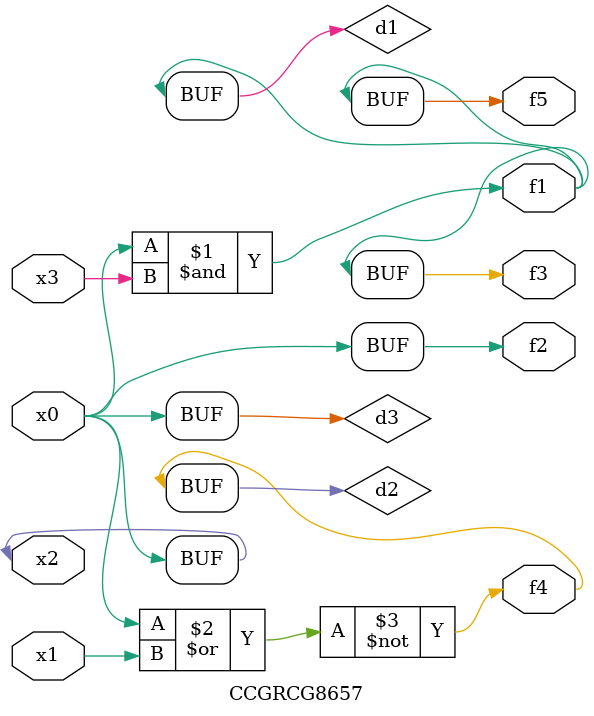
<source format=v>
module CCGRCG8657(
	input x0, x1, x2, x3,
	output f1, f2, f3, f4, f5
);

	wire d1, d2, d3;

	and (d1, x2, x3);
	nor (d2, x0, x1);
	buf (d3, x0, x2);
	assign f1 = d1;
	assign f2 = d3;
	assign f3 = d1;
	assign f4 = d2;
	assign f5 = d1;
endmodule

</source>
